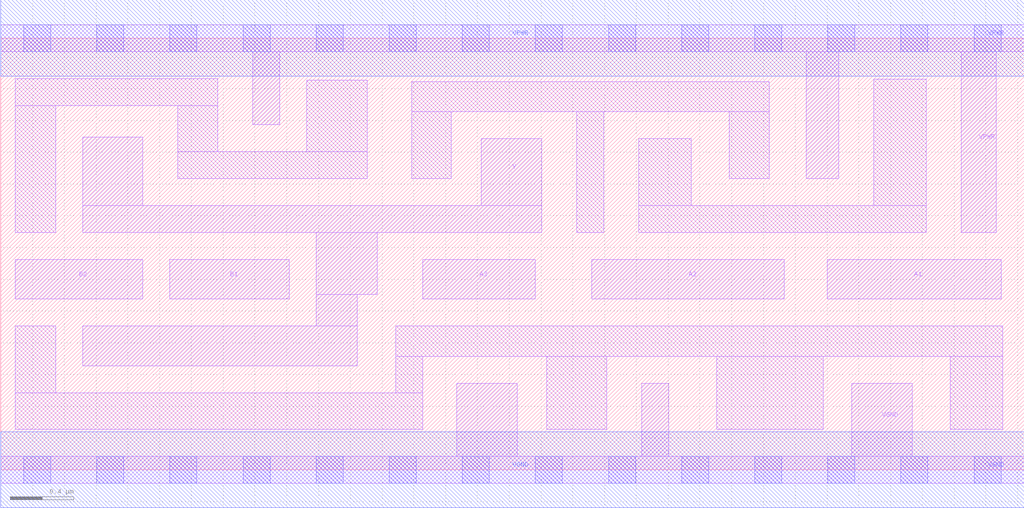
<source format=lef>
# Copyright 2020 The SkyWater PDK Authors
#
# Licensed under the Apache License, Version 2.0 (the "License");
# you may not use this file except in compliance with the License.
# You may obtain a copy of the License at
#
#     https://www.apache.org/licenses/LICENSE-2.0
#
# Unless required by applicable law or agreed to in writing, software
# distributed under the License is distributed on an "AS IS" BASIS,
# WITHOUT WARRANTIES OR CONDITIONS OF ANY KIND, either express or implied.
# See the License for the specific language governing permissions and
# limitations under the License.
#
# SPDX-License-Identifier: Apache-2.0

VERSION 5.7 ;
  NAMESCASESENSITIVE ON ;
  NOWIREEXTENSIONATPIN ON ;
  DIVIDERCHAR "/" ;
  BUSBITCHARS "[]" ;
UNITS
  DATABASE MICRONS 200 ;
END UNITS
PROPERTYDEFINITIONS
  MACRO maskLayoutSubType STRING ;
  MACRO prCellType STRING ;
  MACRO originalViewName STRING ;
END PROPERTYDEFINITIONS
MACRO sky130_fd_sc_hdll__o32ai_2
  CLASS CORE ;
  FOREIGN sky130_fd_sc_hdll__o32ai_2 ;
  ORIGIN  0.000000  0.000000 ;
  SIZE  6.440000 BY  2.720000 ;
  SYMMETRY X Y R90 ;
  SITE unithd ;
  PIN A1
    ANTENNAGATEAREA  0.555000 ;
    DIRECTION INPUT ;
    USE SIGNAL ;
    PORT
      LAYER li1 ;
        RECT 5.200000 1.075000 6.295000 1.325000 ;
    END
  END A1
  PIN A2
    ANTENNAGATEAREA  0.555000 ;
    DIRECTION INPUT ;
    USE SIGNAL ;
    PORT
      LAYER li1 ;
        RECT 3.720000 1.075000 4.930000 1.325000 ;
    END
  END A2
  PIN A3
    ANTENNAGATEAREA  0.555000 ;
    DIRECTION INPUT ;
    USE SIGNAL ;
    PORT
      LAYER li1 ;
        RECT 2.655000 1.075000 3.365000 1.325000 ;
    END
  END A3
  PIN B1
    ANTENNAGATEAREA  0.555000 ;
    DIRECTION INPUT ;
    USE SIGNAL ;
    PORT
      LAYER li1 ;
        RECT 1.065000 1.075000 1.815000 1.325000 ;
    END
  END B1
  PIN B2
    ANTENNAGATEAREA  0.555000 ;
    DIRECTION INPUT ;
    USE SIGNAL ;
    PORT
      LAYER li1 ;
        RECT 0.090000 1.075000 0.895000 1.325000 ;
    END
  END B2
  PIN Y
    ANTENNADIFFAREA  1.061000 ;
    DIRECTION OUTPUT ;
    USE SIGNAL ;
    PORT
      LAYER li1 ;
        RECT 0.515000 0.655000 2.245000 0.905000 ;
        RECT 0.515000 1.495000 3.405000 1.665000 ;
        RECT 0.515000 1.665000 0.895000 2.095000 ;
        RECT 1.985000 0.905000 2.245000 1.105000 ;
        RECT 1.985000 1.105000 2.370000 1.495000 ;
        RECT 3.025000 1.665000 3.405000 2.085000 ;
    END
  END Y
  PIN VGND
    DIRECTION INOUT ;
    USE GROUND ;
    PORT
      LAYER li1 ;
        RECT 0.000000 -0.085000 6.440000 0.085000 ;
        RECT 2.870000  0.085000 3.250000 0.545000 ;
        RECT 4.035000  0.085000 4.205000 0.545000 ;
        RECT 5.355000  0.085000 5.735000 0.545000 ;
      LAYER mcon ;
        RECT 0.145000 -0.085000 0.315000 0.085000 ;
        RECT 0.605000 -0.085000 0.775000 0.085000 ;
        RECT 1.065000 -0.085000 1.235000 0.085000 ;
        RECT 1.525000 -0.085000 1.695000 0.085000 ;
        RECT 1.985000 -0.085000 2.155000 0.085000 ;
        RECT 2.445000 -0.085000 2.615000 0.085000 ;
        RECT 2.905000 -0.085000 3.075000 0.085000 ;
        RECT 3.365000 -0.085000 3.535000 0.085000 ;
        RECT 3.825000 -0.085000 3.995000 0.085000 ;
        RECT 4.285000 -0.085000 4.455000 0.085000 ;
        RECT 4.745000 -0.085000 4.915000 0.085000 ;
        RECT 5.205000 -0.085000 5.375000 0.085000 ;
        RECT 5.665000 -0.085000 5.835000 0.085000 ;
        RECT 6.125000 -0.085000 6.295000 0.085000 ;
      LAYER met1 ;
        RECT 0.000000 -0.240000 6.440000 0.240000 ;
    END
  END VGND
  PIN VPWR
    DIRECTION INOUT ;
    USE POWER ;
    PORT
      LAYER li1 ;
        RECT 0.000000 2.635000 6.440000 2.805000 ;
        RECT 1.585000 2.175000 1.755000 2.635000 ;
        RECT 5.070000 1.835000 5.275000 2.635000 ;
        RECT 6.045000 1.495000 6.265000 2.635000 ;
      LAYER mcon ;
        RECT 0.145000 2.635000 0.315000 2.805000 ;
        RECT 0.605000 2.635000 0.775000 2.805000 ;
        RECT 1.065000 2.635000 1.235000 2.805000 ;
        RECT 1.525000 2.635000 1.695000 2.805000 ;
        RECT 1.985000 2.635000 2.155000 2.805000 ;
        RECT 2.445000 2.635000 2.615000 2.805000 ;
        RECT 2.905000 2.635000 3.075000 2.805000 ;
        RECT 3.365000 2.635000 3.535000 2.805000 ;
        RECT 3.825000 2.635000 3.995000 2.805000 ;
        RECT 4.285000 2.635000 4.455000 2.805000 ;
        RECT 4.745000 2.635000 4.915000 2.805000 ;
        RECT 5.205000 2.635000 5.375000 2.805000 ;
        RECT 5.665000 2.635000 5.835000 2.805000 ;
        RECT 6.125000 2.635000 6.295000 2.805000 ;
      LAYER met1 ;
        RECT 0.000000 2.480000 6.440000 2.960000 ;
    END
  END VPWR
  OBS
    LAYER li1 ;
      RECT 0.090000 0.255000 2.655000 0.485000 ;
      RECT 0.090000 0.485000 0.345000 0.905000 ;
      RECT 0.090000 1.495000 0.345000 2.295000 ;
      RECT 0.090000 2.295000 1.365000 2.465000 ;
      RECT 1.115000 1.835000 2.305000 2.005000 ;
      RECT 1.115000 2.005000 1.365000 2.295000 ;
      RECT 1.925000 2.005000 2.305000 2.455000 ;
      RECT 2.485000 0.485000 2.655000 0.715000 ;
      RECT 2.485000 0.715000 6.305000 0.905000 ;
      RECT 2.585000 1.835000 2.835000 2.255000 ;
      RECT 2.585000 2.255000 4.835000 2.445000 ;
      RECT 3.435000 0.255000 3.815000 0.715000 ;
      RECT 3.625000 1.495000 3.795000 2.255000 ;
      RECT 4.015000 1.495000 5.825000 1.665000 ;
      RECT 4.015000 1.665000 4.345000 2.085000 ;
      RECT 4.505000 0.255000 5.175000 0.715000 ;
      RECT 4.585000 1.835000 4.835000 2.255000 ;
      RECT 5.495000 1.665000 5.825000 2.460000 ;
      RECT 5.975000 0.255000 6.305000 0.715000 ;
  END
  PROPERTY maskLayoutSubType "abstract" ;
  PROPERTY prCellType "standard" ;
  PROPERTY originalViewName "layout" ;
END sky130_fd_sc_hdll__o32ai_2

</source>
